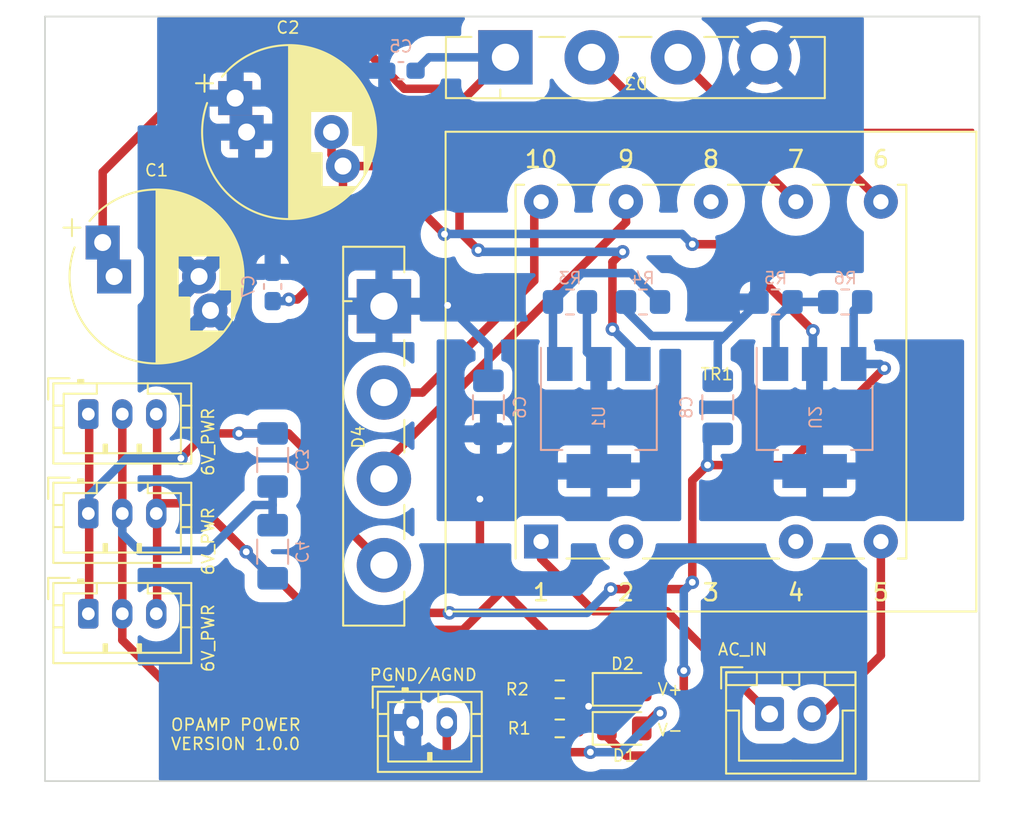
<source format=kicad_pcb>
(kicad_pcb (version 20221018) (generator pcbnew)
  (layers (0 "F.Cu" signal) (31 "B.Cu" signal) (34 "B.Paste" user) (35 "F.Paste" user) (36 "B.SilkS" user "B.Silkscreen") (37 "F.SilkS" user "F.Silkscreen") (38 "B.Mask" user) (39 "F.Mask" user) (44 "Edge.Cuts" user))
  (net 0 "")
  (net 1 "VPOS")
  (net 2 "PGND")
  (net 3 "VNEG")
  (net 4 "Net-(D1-A)")
  (net 5 "+9V")
  (net 6 "-9V")
  (net 7 "-6V")
  (net 8 "+6V")
  (net 9 "Net-(D2-A)")
  (net 10 "Net-(D3-Pad2)")
  (net 11 "Net-(D3-Pad3)")
  (net 12 "Net-(D4-Pad2)")
  (net 13 "Net-(D4-Pad3)")
  (net 14 "Net-(U1-ADJ)")
  (net 15 "Net-(U2-ADJ)")
  (net 16 "AGND")
  (footprint "MountingHole:MountingHole_3.2mm_M3" (layer "F.Cu") (at 113.5 119.25)
    (fp_text reference "H4" hide)
    (fp_text value "MountingHole")
    (pad "" np_thru_hole circle (at 0 0) (size 3.2 3.2) (drill 3.2) (layers "*.Cu" "*.Mask"))
  )
  (footprint "Connector_JST:JST_PH_B2B-PH-K_1x02_P2.00mm_Vertical" (layer "F.Cu") (at 132.65 118.55)
    (fp_text reference "J2" hide)
    (fp_text value "Conn_01x02_Male")
    (pad "1" thru_hole roundrect (at 0 0) (size 1.2 1.75) (drill 0.75) (layers "*.Cu" "*.Mask") (roundrect_rratio 0.2083333333) (net 2 "PGND"))
    (pad "2" thru_hole oval (at 2 0) (size 1.2 1.75) (drill 0.75) (layers "*.Cu" "*.Mask") (net 16 "AGND"))
  )
  (footprint "Capacitor_THT:CP_Radial_D10.0mm_P5.00mm_P7.50mm" (layer "F.Cu") (at 115.067323 92.3)
    (fp_text reference "C1" (at 2.5 -6.25 unlocked) (layer "F.SilkS") (effects (font (size 0.7 0.7) (thickness 0.1))))
    (fp_text value "1000U")
    (pad "1" thru_hole rect (at -0.672144 -2) (size 2 2) (drill 1) (layers "*.Cu" "*.Mask") (net 5 "+9V"))
    (pad "1" thru_hole rect (at 0 0) (size 2 2) (drill 1) (layers "*.Cu" "*.Mask") (net 5 "+9V"))
    (pad "2" thru_hole circle (at 5 0) (size 2 2) (drill 1) (layers "*.Cu" "*.Mask") (net 2 "PGND"))
    (pad "2" thru_hole circle (at 5.672144 2) (size 2 2) (drill 1) (layers "*.Cu" "*.Mask") (net 2 "PGND"))
  )
  (footprint "Resistor_SMD:R_0603_1608Metric_Pad0.98x0.95mm_HandSolder" (layer "F.Cu") (at 141.3 116.6)
    (fp_text reference "R2" (at -2.5 0 unlocked) (layer "F.SilkS") (effects (font (size 0.7 0.7) (thickness 0.1))))
    (fp_text value "3.3K")
    (pad "1" smd roundrect (at -0.9125 0) (size 0.975 0.95) (layers "F.Cu" "F.Paste" "F.Mask") (net 8 "+6V"))
    (pad "2" smd roundrect (at 0.9125 0) (size 0.975 0.95) (layers "F.Cu" "F.Paste" "F.Mask") (net 9 "Net-(D2-A)"))
  )
  (footprint "Connector_JST:JST_PH_B3B-PH-K_1x03_P2.00mm_Vertical" (layer "F.Cu") (at 113.55 100.4)
    (fp_text reference "J3" hide)
    (fp_text value "Conn_01x03_Male")
    (pad "1" thru_hole roundrect (at 0 0) (size 1.2 1.75) (drill 0.75) (layers "*.Cu" "*.Mask") (roundrect_rratio 0.2083333333) (net 7 "-6V"))
    (pad "2" thru_hole oval (at 2 0) (size 1.2 1.75) (drill 0.75) (layers "*.Cu" "*.Mask") (net 16 "AGND"))
    (pad "3" thru_hole oval (at 4 0) (size 1.2 1.75) (drill 0.75) (layers "*.Cu" "*.Mask") (net 8 "+6V"))
  )
  (footprint "Diode_THT:Diode_Bridge_Vishay_GBU" (layer "F.Cu") (at 130.95 94.05 -90)
    (fp_text reference "D4" (at 7.7 1.5 -270 unlocked) (layer "F.SilkS") (effects (font (size 0.7 0.7) (thickness 0.1))))
    (fp_text value "GBU4A")
    (pad "1" thru_hole rect (at 0 0 270) (size 3.2 3.2) (drill 1.6) (layers "*.Cu" "*.Mask") (net 2 "PGND"))
    (pad "2" thru_hole circle (at 5.08 0 270) (size 3.2 3.2) (drill 1.6) (layers "*.Cu" "*.Mask") (net 12 "Net-(D4-Pad2)"))
    (pad "3" thru_hole circle (at 10.16 0 270) (size 3.2 3.2) (drill 1.6) (layers "*.Cu" "*.Mask") (net 13 "Net-(D4-Pad3)"))
    (pad "4" thru_hole circle (at 15.24 0 270) (size 3.2 3.2) (drill 1.6) (layers "*.Cu" "*.Mask") (net 6 "-9V"))
  )
  (footprint "Resistor_SMD:R_0603_1608Metric_Pad0.98x0.95mm_HandSolder" (layer "F.Cu") (at 141.3 118.9 180)
    (fp_text reference "R1" (at 2.3875 0 unlocked) (layer "F.SilkS") (effects (font (size 0.7 0.7) (thickness 0.1))))
    (fp_text value "3.3K")
    (pad "1" smd roundrect (at -0.9125 0 180) (size 0.975 0.95) (layers "F.Cu" "F.Paste" "F.Mask") (net 2 "PGND"))
    (pad "2" smd roundrect (at 0.9125 0 180) (size 0.975 0.95) (layers "F.Cu" "F.Paste" "F.Mask") (net 4 "Net-(D1-A)"))
  )
  (footprint "MountingHole:MountingHole_3.2mm_M3" (layer "F.Cu") (at 163.5 79.5)
    (fp_text reference "H1" hide)
    (fp_text value "MountingHole")
    (pad "" np_thru_hole circle (at 0 0) (size 3.2 3.2) (drill 3.2) (layers "*.Cu" "*.Mask"))
  )
  (footprint "Connector_JST:JST_PH_B3B-PH-K_1x03_P2.00mm_Vertical" (layer "F.Cu") (at 113.55 106.25)
    (fp_text reference "J4" hide)
    (fp_text value "Conn_01x03_Male")
    (pad "1" thru_hole roundrect (at 0 0) (size 1.2 1.75) (drill 0.75) (layers "*.Cu" "*.Mask") (roundrect_rratio 0.2083333333) (net 7 "-6V"))
    (pad "2" thru_hole oval (at 2 0) (size 1.2 1.75) (drill 0.75) (layers "*.Cu" "*.Mask") (net 16 "AGND"))
    (pad "3" thru_hole oval (at 4 0) (size 1.2 1.75) (drill 0.75) (layers "*.Cu" "*.Mask") (net 8 "+6V"))
  )
  (footprint "Connector_JST:JST_PH_B3B-PH-K_1x03_P2.00mm_Vertical" (layer "F.Cu") (at 113.55 112.15)
    (fp_text reference "J5" hide)
    (fp_text value "Conn_01x03_Male")
    (pad "1" thru_hole roundrect (at 0 0) (size 1.2 1.75) (drill 0.75) (layers "*.Cu" "*.Mask") (roundrect_rratio 0.2083333333) (net 7 "-6V"))
    (pad "2" thru_hole oval (at 2 0) (size 1.2 1.75) (drill 0.75) (layers "*.Cu" "*.Mask") (net 16 "AGND"))
    (pad "3" thru_hole oval (at 4 0) (size 1.2 1.75) (drill 0.75) (layers "*.Cu" "*.Mask") (net 8 "+6V"))
  )
  (footprint "MountingHole:MountingHole_3.2mm_M3" (layer "F.Cu") (at 113.5 79.5)
    (fp_text reference "H2" hide)
    (fp_text value "MountingHole")
    (pad "" np_thru_hole circle (at 0 0) (size 3.2 3.2) (drill 3.2) (layers "*.Cu" "*.Mask"))
  )
  (footprint "LED_SMD:LED_0805_2012Metric_Pad1.15x1.40mm_HandSolder" (layer "F.Cu") (at 145.1 118.9)
    (fp_text reference "D1" (at 0 1.6 unlocked) (layer "F.SilkS") (effects (font (size 0.7 0.7) (thickness 0.1))))
    (fp_text value "BLUE")
    (pad "1" smd roundrect (at -1.025 0) (size 1.15 1.4) (layers "F.Cu" "F.Paste" "F.Mask") (roundrect_rratio 0.2173913043) (net 7 "-6V"))
    (pad "2" smd roundrect (at 1.025 0) (size 1.15 1.4) (layers "F.Cu" "F.Paste" "F.Mask") (roundrect_rratio 0.2173913043) (net 4 "Net-(D1-A)"))
  )
  (footprint "Diode_THT:Diode_Bridge_Vishay_GBU" (layer "F.Cu") (at 138.1 79.4)
    (fp_text reference "D3" (at 7.7 1.5 -180 unlocked) (layer "F.SilkS") (effects (font (size 0.7 0.7) (thickness 0.1))))
    (fp_text value "GBU4A")
    (pad "1" thru_hole rect (at 0 0) (size 3.2 3.2) (drill 1.6) (layers "*.Cu" "*.Mask") (net 5 "+9V"))
    (pad "2" thru_hole circle (at 5.08 0) (size 3.2 3.2) (drill 1.6) (layers "*.Cu" "*.Mask") (net 10 "Net-(D3-Pad2)"))
    (pad "3" thru_hole circle (at 10.16 0) (size 3.2 3.2) (drill 1.6) (layers "*.Cu" "*.Mask") (net 11 "Net-(D3-Pad3)"))
    (pad "4" thru_hole circle (at 15.24 0) (size 3.2 3.2) (drill 1.6) (layers "*.Cu" "*.Mask") (net 2 "PGND"))
  )
  (footprint "Transformer_THT:Transformer_Breve_TEZ-28x33" (layer "F.Cu") (at 140.2 107.9)
    (fp_text reference "TR1" (at 10.35 -9.85 unlocked) (layer "F.SilkS") (effects (font (size 0.7 0.7) (thickness 0.1))))
    (fp_text value "230V 2x9V 2.3VA")
    (fp_text user "5" (at 20 3) (layer "F.SilkS"))
    (fp_text user "4" (at 15 3) (layer "F.SilkS"))
    (fp_text user "6" (at 20 -22.5) (layer "F.SilkS"))
    (fp_text user "9" (at 5 -22.5) (layer "F.SilkS"))
    (fp_text user "2" (at 5 3) (layer "F.SilkS"))
    (fp_text user "10" (at 0 -22.5) (layer "F.SilkS"))
    (fp_text user "3" (at 10 3) (layer "F.SilkS"))
    (fp_text user "7" (at 15 -22.5) (layer "F.SilkS"))
    (fp_text user "1" (at 0 3) (layer "F.SilkS"))
    (fp_text user "8" (at 10 -22.5) (layer "F.SilkS"))
    (pad "1" thru_hole rect (at 0 0) (size 2 2) (drill 0.9) (layers "*.Cu" "*.Mask") (net 1 "VPOS"))
    (pad "2" thru_hole circle (at 5 0) (size 2 2) (drill 0.9) (layers "*.Cu" "*.Mask"))
    (pad "4" thru_hole circle (at 15 0) (size 2 2) (drill 0.9) (layers "*.Cu" "*.Mask"))
    (pad "5" thru_hole circle (at 20 0) (size 2 2) (drill 0.9) (layers "*.Cu" "*.Mask") (net 3 "VNEG"))
    (pad "6" thru_hole circle (at 20 -20) (size 2 2) (drill 0.9) (layers "*.Cu" "*.Mask") (net 11 "Net-(D3-Pad3)"))
    (pad "7" thru_hole circle (at 15 -20) (size 2 2) (drill 0.9) (layers "*.Cu" "*.Mask") (net 10 "Net-(D3-Pad2)"))
    (pad "8" thru_hole circle (at 10 -20) (size 2 2) (drill 0.9) (layers "*.Cu" "*.Mask"))
    (pad "9" thru_hole circle (at 5 -20) (size 2 2) (drill 0.9) (layers "*.Cu" "*.Mask") (net 13 "Net-(D4-Pad3)"))
    (pad "10" thru_hole circle (at 0 -20) (size 2 2) (drill 0.9) (layers "*.Cu" "*.Mask") (net 12 "Net-(D4-Pad2)"))
  )
  (footprint "MountingHole:MountingHole_3.2mm_M3" (layer "F.Cu") (at 163.5 119.5)
    (fp_text reference "H3" hide)
    (fp_text value "MountingHole")
    (pad "" np_thru_hole circle (at 0 0) (size 3.2 3.2) (drill 3.2) (layers "*.Cu" "*.Mask"))
  )
  (footprint "Capacitor_THT:CP_Radial_D10.0mm_P5.00mm_P7.50mm" (layer "F.Cu") (at 122.867323 83.8)
    (fp_text reference "C2" (at 2.432677 -6.15 unlocked) (layer "F.SilkS") (effects (font (size 0.7 0.7) (thickness 0.1))))
    (fp_text value "1000U")
    (pad "1" thru_hole rect (at -0.672144 -2) (size 2 2) (drill 1) (layers "*.Cu" "*.Mask") (net 2 "PGND"))
    (pad "1" thru_hole rect (at 0 0) (size 2 2) (drill 1) (layers "*.Cu" "*.Mask") (net 2 "PGND"))
    (pad "2" thru_hole circle (at 5 0) (size 2 2) (drill 1) (layers "*.Cu" "*.Mask") (net 6 "-9V"))
    (pad "2" thru_hole circle (at 5.672144 2) (size 2 2) (drill 1) (layers "*.Cu" "*.Mask") (net 6 "-9V"))
  )
  (footprint "Connector_JST:JST_XH_B2B-XH-A_1x02_P2.50mm_Vertical" (layer "F.Cu") (at 153.65 118.05)
    (fp_text reference "J1" hide)
    (fp_text value "Conn_01x02_Male")
    (pad "1" thru_hole roundrect (at 0 0) (size 1.7 2) (drill 1) (layers "*.Cu" "*.Mask") (roundrect_rratio 0.1470588235) (net 1 "VPOS"))
    (pad "2" thru_hole oval (at 2.5 0) (size 1.7 2) (drill 1) (layers "*.Cu" "*.Mask") (net 3 "VNEG"))
  )
  (footprint "LED_SMD:LED_0805_2012Metric_Pad1.15x1.40mm_HandSolder" (layer "F.Cu") (at 145.1 116.6)
    (fp_text reference "D2" (at -0.1 -1.5 unlocked) (layer "F.SilkS") (effects (font (size 0.7 0.7) (thickness 0.1))))
    (fp_text value "YELLOW")
    (pad "1" smd roundrect (at -1.025 0) (size 1.15 1.4) (layers "F.Cu" "F.Paste" "F.Mask") (roundrect_rratio 0.2173913043) (net 2 "PGND"))
    (pad "2" smd roundrect (at 1.025 0) (size 1.15 1.4) (layers "F.Cu" "F.Paste" "F.Mask") (roundrect_rratio 0.2173913043) (net 9 "Net-(D2-A)"))
  )
  (footprint "Resistor_SMD:R_0805_2012Metric_Pad1.20x1.40mm_HandSolder" (layer "B.Cu") (at 146.2 93.8 180)
    (fp_text reference "R4" (at 0 1.4 unlocked) (layer "B.SilkS") (effects (font (size 0.7 0.7) (thickness 0.1)) (justify mirror)))
    (fp_text value "750R")
    (pad "1" smd roundrect (at -1 0 180) (size 1.2 1.4) (layers "B.Cu" "B.Paste" "B.Mask") (roundrect_rratio 0.2083333333) (net 14 "Net-(U1-ADJ)"))
    (pad "2" smd roundrect (at 1 0 180) (size 1.2 1.4) (layers "B.Cu" "B.Paste" "B.Mask") (roundrect_rratio 0.2083333333) (net 2 "PGND"))
  )
  (footprint "Resistor_SMD:R_0805_2012Metric_Pad1.20x1.40mm_HandSolder" (layer "B.Cu") (at 158.1 93.8 180)
    (fp_text reference "R6" (at 0 1.4 unlocked) (layer "B.SilkS") (effects (font (size 0.7 0.7) (thickness 0.1)) (justify mirror)))
    (fp_text value "120R")
    (pad "1" smd roundrect (at -1 0 180) (size 1.2 1.4) (layers "B.Cu" "B.Paste" "B.Mask") (roundrect_rratio 0.2083333333) (net 7 "-6V"))
    (pad "2" smd roundrect (at 1 0 180) (size 1.2 1.4) (layers "B.Cu" "B.Paste" "B.Mask") (roundrect_rratio 0.2083333333) (net 15 "Net-(U2-ADJ)"))
  )
  (footprint "Package_TO_SOT_SMD:SOT-223-3_TabPin2" (layer "B.Cu") (at 156.3 100.6 -90)
    (fp_text reference "U2" (at 0 0 -90 unlocked) (layer "B.SilkS") (effects (font (size 0.7 0.7) (thickness 0.1)) (justify mirror)))
    (fp_text value "LM337_SOT223")
    (pad "1" smd rect (at -3.15 2.3 270) (size 2 1.5) (layers "B.Cu" "B.Paste" "B.Mask") (net 15 "Net-(U2-ADJ)"))
    (pad "2" smd rect (at -3.15 0 270) (size 2 1.5) (layers "B.Cu" "B.Paste" "B.Mask") (net 6 "-9V"))
    (pad "2" smd rect (at 3.15 0 270) (size 2 3.8) (layers "B.Cu" "B.Paste" "B.Mask") (net 6 "-9V"))
    (pad "3" smd rect (at -3.15 -2.3 270) (size 2 1.5) (layers "B.Cu" "B.Paste" "B.Mask") (net 7 "-6V"))
  )
  (footprint "Resistor_SMD:R_0805_2012Metric_Pad1.20x1.40mm_HandSolder" (layer "B.Cu") (at 154 93.8 180)
    (fp_text reference "R5" (at 0 1.4 unlocked) (layer "B.SilkS") (effects (font (size 0.7 0.7) (thickness 0.1)) (justify mirror)))
    (fp_text value "750R")
    (pad "1" smd roundrect (at -1 0 180) (size 1.2 1.4) (layers "B.Cu" "B.Paste" "B.Mask") (roundrect_rratio 0.2083333333) (net 15 "Net-(U2-ADJ)"))
    (pad "2" smd roundrect (at 1 0 180) (size 1.2 1.4) (layers "B.Cu" "B.Paste" "B.Mask") (roundrect_rratio 0.2083333333) (net 2 "PGND"))
  )
  (footprint "Capacitor_SMD:C_1206_3216Metric_Pad1.33x1.80mm_HandSolder" (layer "B.Cu") (at 124.4 108.5 90)
    (fp_text reference "C4" (at 0 1.7 270 unlocked) (layer "B.SilkS") (effects (font (size 0.7 0.7) (thickness 0.1)) (justify mirror)))
    (fp_text value "10U")
    (pad "1" smd roundrect (at -1.5625 0 90) (size 1.325 1.8) (layers "B.Cu" "B.Paste" "B.Mask") (roundrect_rratio 0.1886792453) (net 8 "+6V"))
    (pad "2" smd roundrect (at 1.5625 0 90) (size 1.325 1.8) (layers "B.Cu" "B.Paste" "B.Mask") (roundrect_rratio 0.1886792453) (net 16 "AGND"))
  )
  (footprint "Capacitor_SMD:C_0603_1608Metric_Pad1.08x0.95mm_HandSolder" (layer "B.Cu") (at 124.4 92.8875 -90)
    (fp_text reference "C7" (at 0 1.43 90 unlocked) (layer "B.SilkS") (effects (font (size 0.7 0.7) (thickness 0.1)) (justify mirror)))
    (fp_text value "0.1U")
    (pad "1" smd roundrect (at -0.8625 0 270) (size 1.075 0.95) (layers "B.Cu" "B.Paste" "B.Mask") (net 2 "PGND"))
    (pad "2" smd roundrect (at 0.8625 0 270) (size 1.075 0.95) (layers "B.Cu" "B.Paste" "B.Mask") (net 6 "-9V"))
  )
  (footprint "Resistor_SMD:R_0805_2012Metric_Pad1.20x1.40mm_HandSolder" (layer "B.Cu") (at 141.9 93.8 180)
    (fp_text reference "R3" (at 0 1.4 unlocked) (layer "B.SilkS") (effects (font (size 0.7 0.7) (thickness 0.1)) (justify mirror)))
    (fp_text value "120R")
    (pad "1" smd roundrect (at -1 0 180) (size 1.2 1.4) (layers "B.Cu" "B.Paste" "B.Mask") (roundrect_rratio 0.2083333333) (net 8 "+6V"))
    (pad "2" smd roundrect (at 1 0 180) (size 1.2 1.4) (layers "B.Cu" "B.Paste" "B.Mask") (roundrect_rratio 0.2083333333) (net 14 "Net-(U1-ADJ)"))
  )
  (footprint "Capacitor_SMD:C_1206_3216Metric_Pad1.33x1.80mm_HandSolder" (layer "B.Cu") (at 137.1 100 90)
    (fp_text reference "C6" (at 0 1.85 90 unlocked) (layer "B.SilkS") (effects (font (size 0.7 0.7) (thickness 0.1)) (justify mirror)))
    (fp_text value "10U")
    (pad "1" smd roundrect (at -1.5625 0 90) (size 1.325 1.8) (layers "B.Cu" "B.Paste" "B.Mask") (roundrect_rratio 0.1886792453) (net 8 "+6V"))
    (pad "2" smd roundrect (at 1.5625 0 90) (size 1.325 1.8) (layers "B.Cu" "B.Paste" "B.Mask") (roundrect_rratio 0.1886792453) (net 2 "PGND"))
  )
  (footprint "Capacitor_SMD:C_0603_1608Metric_Pad1.08x0.95mm_HandSolder" (layer "B.Cu") (at 131.95 80.1875 180)
    (fp_text reference "C5" (at 0 1.43 unlocked) (layer "B.SilkS") (effects (font (size 0.7 0.7) (thickness 0.1)) (justify mirror)))
    (fp_text value "0.1U")
    (pad "1" smd roundrect (at -0.8625 0 180) (size 1.075 0.95) (layers "B.Cu" "B.Paste" "B.Mask") (net 5 "+9V"))
    (pad "2" smd roundrect (at 0.8625 0 180) (size 1.075 0.95) (layers "B.Cu" "B.Paste" "B.Mask") (net 2 "PGND"))
  )
  (footprint "Capacitor_SMD:C_1206_3216Metric_Pad1.33x1.80mm_HandSolder" (layer "B.Cu") (at 124.4 103.1 90)
    (fp_text reference "C3" (at 0 1.7 270 unlocked) (layer "B.SilkS") (effects (font (size 0.7 0.7) (thickness 0.1)) (justify mirror)))
    (fp_text value "10U")
    (pad "1" smd roundrect (at -1.5625 0 90) (size 1.325 1.8) (layers "B.Cu" "B.Paste" "B.Mask") (roundrect_rratio 0.1886792453) (net 16 "AGND"))
    (pad "2" smd roundrect (at 1.5625 0 90) (size 1.325 1.8) (layers "B.Cu" "B.Paste" "B.Mask") (roundrect_rratio 0.1886792453) (net 7 "-6V"))
  )
  (footprint "Package_TO_SOT_SMD:SOT-223-3_TabPin2" (layer "B.Cu") (at 143.6 100.6 -90)
    (fp_text reference "U1" (at 0 0 90 unlocked) (layer "B.SilkS") (effects (font (size 0.7 0.7) (thickness 0.1)) (justify mirror)))
    (fp_text value "LM317_SOT-223")
    (pad "1" smd rect (at -3.15 2.3 270) (size 2 1.5) (layers "B.Cu" "B.Paste" "B.Mask") (net 14 "Net-(U1-ADJ)"))
    (pad "2" smd rect (at -3.15 0 270) (size 2 1.5) (layers "B.Cu" "B.Paste" "B.Mask") (net 8 "+6V"))
    (pad "2" smd rect (at 3.15 0 270) (size 2 3.8) (layers "B.Cu" "B.Paste" "B.Mask") (net 8 "+6V"))
    (pad "3" smd rect (at -3.15 -2.3 270) (size 2 1.5) (layers "B.Cu" "B.Paste" "B.Mask") (net 5 "+9V"))
  )
  (footprint "Capacitor_SMD:C_1206_3216Metric_Pad1.33x1.80mm_HandSolder" (layer "B.Cu") (at 150.6 100 -90)
    (fp_text reference "C8" (at 0 1.85 90 unlocked) (layer "B.SilkS") (effects (font (size 0.7 0.7) (thickness 0.1)) (justify mirror)))
    (fp_text value "10U")
    (pad "1" smd roundrect (at -1.5625 0 270) (size 1.325 1.8) (layers "B.Cu" "B.Paste" "B.Mask") (roundrect_rratio 0.1886792453) (net 2 "PGND"))
    (pad "2" smd roundrect (at 1.5625 0 270) (size 1.325 1.8) (layers "B.Cu" "B.Paste" "B.Mask") (roundrect_rratio 0.1886792453) (net 7 "-6V"))
  )
  (gr_line (start 165.6 83.7) (end 134.5 83.7) (stroke (width 0.2)) (layer "F.Cu"))
  (gr_line (start 166 122) (end 111 122) (stroke (width 0.1)) (layer "Edge.Cuts"))
  (gr_line (start 111 122) (end 111 77) (stroke (width 0.1)) (layer "Edge.Cuts"))
  (gr_line (start 166 77) (end 166 122) (stroke (width 0.1)) (layer "Edge.Cuts"))
  (gr_line (start 111 77) (end 166 77) (stroke (width 0.1)) (layer "Edge.Cuts"))
  (gr_text "PGND/AGND" (at 130.05 115.75) (layer "F.SilkS") (effects (font (size 0.7 0.7) (thickness 0.1)) (justify left)))
  (gr_text "OPAMP POWER\nVERSION 1.0.0" (at 118.35 119.25) (layer "F.SilkS") (effects (font (size 0.7 0.7) (thickness 0.1)) (justify left)))
  (gr_text "6V_PWR" (at 120.6 104.1 90) (layer "F.SilkS") (effects (font (size 0.7 0.7) (thickness 0.1)) (justify left)))
  (gr_text "6V_PWR" (at 120.6 115.65 90) (layer "F.SilkS") (effects (font (size 0.7 0.7) (thickness 0.1)) (justify left)))
  (gr_text "6V_PWR" (at 120.6 109.95 90) (layer "F.SilkS") (effects (font (size 0.7 0.7) (thickness 0.1)) (justify left)))
  (gr_text "AC_IN" (at 150.55 114.25) (layer "F.SilkS") (effects (font (size 0.7 0.7) (thickness 0.1)) (justify left)))
  (gr_text "V+" (at 147 116.6) (layer "F.SilkS") (effects (font (size 0.7 0.7) (thickness 0.1)) (justify left)))
  (gr_text "V-" (at 147 119) (layer "F.SilkS") (effects (font (size 0.7 0.7) (thickness 0.1)) (justify left)))
  (segment (start 153.65 117.875) (end 153.475 117.875) (width 0.5) (layer "F.Cu") (net 1))
  (segment (start 153.475 117.875) (end 147.6 112) (width 0.5) (layer "F.Cu") (net 1))
  (segment (start 143.3 112) (end 140.2 108.9) (width 0.5) (layer "F.Cu") (net 1))
  (segment (start 147.6 112) (end 143.3 112) (width 0.5) (layer "F.Cu") (net 1))
  (segment (start 140.2 108.9) (end 140.2 107.9) (width 0.5) (layer "F.Cu") (net 1))
  (segment (start 143.075 117.6) (end 143 117.6) (width 0.5) (layer "F.Cu") (net 2))
  (segment (start 134.7 94) (end 131 94) (width 0.5) (layer "F.Cu") (net 2))
  (segment (start 131 94) (end 130.95 94.05) (width 0.5) (layer "F.Cu") (net 2))
  (segment (start 142.2125 118.9) (end 142.2125 118.3875) (width 0.5) (layer "F.Cu") (net 2))
  (segment (start 144.075 116.6) (end 143.075 117.6) (width 0.5) (layer "F.Cu") (net 2))
  (segment (start 142.2125 118.3875) (end 143 117.6) (width 0.5) (layer "F.Cu") (net 2))
  (via (at 134.7 94) (size 0.8) (drill 0.4) (layers "F.Cu" "B.Cu") (net 2))
  (via (at 143 117.6) (size 0.8) (drill 0.4) (layers "F.Cu" "B.Cu") (net 2))
  (segment (start 150.6 96.2) (end 151 95.8) (width 0.5) (layer "B.Cu") (net 2))
  (segment (start 145.2 94.3) (end 146.7 95.8) (width 0.5) (layer "B.Cu") (net 2))
  (segment (start 146.7 95.8) (end 151 95.8) (width 0.5) (layer "B.Cu") (net 2))
  (segment (start 137.1 96.4) (end 134.7 94) (width 0.5) (layer "B.Cu") (net 2))
  (segment (start 145.2 93.8) (end 145.2 94.3) (width 0.5) (layer "B.Cu") (net 2))
  (segment (start 137.1 98.4375) (end 137.1 96.4) (width 0.5) (layer "B.Cu") (net 2))
  (segment (start 150.6 98.4375) (end 150.6 96.2) (width 0.5) (layer "B.Cu") (net 2))
  (segment (start 151 95.8) (end 153 93.8) (width 0.5) (layer "B.Cu") (net 2))
  (segment (start 160.2 107.9) (end 160.2 114.6) (width 0.5) (layer "F.Cu") (net 3))
  (segment (start 160.2 114.6) (end 156.925 117.875) (width 0.5) (layer "F.Cu") (net 3))
  (segment (start 156.925 117.875) (end 156.15 117.875) (width 0.5) (layer "F.Cu") (net 3))
  (segment (start 141.7875 120.3) (end 143.1 120.3) (width 0.5) (layer "F.Cu") (net 4))
  (segment (start 147.025 118) (end 146.125 118.9) (width 0.5) (layer "F.Cu") (net 4))
  (segment (start 140.3875 118.9) (end 141.7875 120.3) (width 0.5) (layer "F.Cu") (net 4))
  (segment (start 147.2 118) (end 147.025 118) (width 0.5) (layer "F.Cu") (net 4))
  (via (at 147.2 118) (size 0.8) (drill 0.4) (layers "F.Cu" "B.Cu") (net 4))
  (via (at 143.1 120.3) (size 0.8) (drill 0.4) (layers "F.Cu" "B.Cu") (net 4))
  (segment (start 143.1 120.3) (end 144.9 120.3) (width 0.5) (layer "B.Cu") (net 4))
  (segment (start 144.9 120.3) (end 147.2 118) (width 0.5) (layer "B.Cu") (net 4))
  (segment (start 120.05 78.1) (end 118.4 79.75) (width 0.5) (layer "F.Cu") (net 5))
  (segment (start 136.5 90.75) (end 135.4 89.65) (width 0.5) (layer "F.Cu") (net 5))
  (segment (start 115.067323 90.972144) (end 114.395179 90.3) (width 0.5) (layer "F.Cu") (net 5))
  (segment (start 118.4 79.75) (end 118.4 82.15) (width 0.5) (layer "F.Cu") (net 5))
  (segment (start 138.1 79.4) (end 135.4 82.1) (width 0.5) (layer "F.Cu") (net 5))
  (segment (start 134.55 81.25) (end 132.15 81.25) (width 0.5) (layer "F.Cu") (net 5))
  (segment (start 118.4 82.15) (end 114.395179 86.154821) (width 0.5) (layer "F.Cu") (net 5))
  (segment (start 144.4 91.45) (end 145 90.85) (width 0.5) (layer "F.Cu") (net 5))
  (segment (start 135.4 89.65) (end 135.4 82.1) (width 0.5) (layer "F.Cu") (net 5))
  (segment (start 114.395179 86.154821) (end 114.395179 90.3) (width 0.5) (layer "F.Cu") (net 5))
  (segment (start 135.4 82.1) (end 134.55 81.25) (width 0.5) (layer "F.Cu") (net 5))
  (segment (start 115.067323 92.3) (end 115.067323 90.972144) (width 0.5) (layer "F.Cu") (net 5))
  (segment (start 132.15 81.25) (end 129 78.1) (width 0.5) (layer "F.Cu") (net 5))
  (segment (start 129 78.1) (end 120.05 78.1) (width 0.5) (layer "F.Cu") (net 5))
  (segment (start 144.4 95.4) (end 144.4 91.45) (width 0.5) (layer "F.Cu") (net 5))
  (via (at 145 90.85) (size 0.8) (drill 0.4) (layers "F.Cu" "B.Cu") (net 5))
  (via (at 144.4 95.4) (size 0.8) (drill 0.4) (layers "F.Cu" "B.Cu") (net 5))
  (via (at 136.5 90.75) (size 0.8) (drill 0.4) (layers "F.Cu" "B.Cu") (net 5))
  (segment (start 145.9 96.9) (end 144.4 95.4) (width 0.5) (layer "B.Cu") (net 5))
  (segment (start 145.9 97.45) (end 145.9 96.9) (width 0.5) (layer "B.Cu") (net 5))
  (segment (start 136.6 90.85) (end 136.5 90.75) (width 0.5) (layer "B.Cu") (net 5))
  (segment (start 132.8125 80.1875) (end 133.6 79.4) (width 0.5) (layer "B.Cu") (net 5))
  (segment (start 133.6 79.4) (end 138.1 79.4) (width 0.5) (layer "B.Cu") (net 5))
  (segment (start 145 90.85) (end 136.6 90.85) (width 0.5) (layer "B.Cu") (net 5))
  (segment (start 127.867323 85.127856) (end 128.539467 85.8) (width 0.5) (layer "F.Cu") (net 6))
  (segment (start 151.1 90.4) (end 156.2 95.5) (width 0.5) (layer "F.Cu") (net 6))
  (segment (start 128.539467 85.8) (end 130.505022 85.8) (width 0.5) (layer "F.Cu") (net 6))
  (segment (start 125.35 93.65) (end 125.85 93.65) (width 0.5) (layer "F.Cu") (net 6))
  (segment (start 127.9 106.24) (end 127.9 94.15) (width 0.5) (layer "F.Cu") (net 6))
  (segment (start 127.9 94.15) (end 126.625 92.875) (width 0.5) (layer "F.Cu") (net 6))
  (segment (start 130.95 109.29) (end 127.9 106.24) (width 0.5) (layer "F.Cu") (net 6))
  (segment (start 127.867323 83.8) (end 127.867323 85.127856) (width 0.5) (layer "F.Cu") (net 6))
  (segment (start 125.85 93.65) (end 126.625 92.875) (width 0.5) (layer "F.Cu") (net 6))
  (segment (start 149.1 90.4) (end 151.1 90.4) (width 0.5) (layer "F.Cu") (net 6))
  (segment (start 128.539467 85.8) (end 128.539467 90.960533) (width 0.5) (layer "F.Cu") (net 6))
  (segment (start 128.539467 90.960533) (end 126.625 92.875) (width 0.5) (layer "F.Cu") (net 6))
  (segment (start 130.505022 85.8) (end 134.514804 89.809782) (width 0.5) (layer "F.Cu") (net 6))
  (via (at 125.35 93.65) (size 0.8) (drill 0.4) (layers "F.Cu" "B.Cu") (net 6))
  (via (at 156.2 95.5) (size 0.8) (drill 0.4) (layers "F.Cu" "B.Cu") (net 6))
  (via (at 149.1 90.4) (size 0.8) (drill 0.4) (layers "F.Cu" "B.Cu") (net 6))
  (via (at 134.514804 89.809782) (size 0.8) (drill 0.4) (layers "F.Cu" "B.Cu") (net 6))
  (segment (start 149.1 90.4) (end 148.495885 89.795885) (width 0.5) (layer "B.Cu") (net 6))
  (segment (start 125.25 93.75) (end 125.35 93.65) (width 0.5) (layer "B.Cu") (net 6))
  (segment (start 156.2 95.5) (end 156.2 97.35) (width 0.5) (layer "B.Cu") (net 6))
  (segment (start 148.495885 89.795885) (end 134.528701 89.795885) (width 0.5) (layer "B.Cu") (net 6))
  (segment (start 156.2 97.35) (end 156.3 97.45) (width 0.5) (layer "B.Cu") (net 6))
  (segment (start 124.4 93.75) (end 125.25 93.75) (width 0.5) (layer "B.Cu") (net 6))
  (segment (start 134.528701 89.795885) (end 134.514804 89.809782) (width 0.5) (layer "B.Cu") (net 6))
  (segment (start 120.4625 101.5375) (end 119 103) (width 0.5) (layer "F.Cu") (net 7))
  (segment (start 145.2 120.5) (end 147.5 120.5) (width 0.5) (layer "F.Cu") (net 7))
  (segment (start 126.7 110.1) (end 126.6 110.2) (width 0.5) (layer "F.Cu") (net 7))
  (segment (start 126.7 102.9) (end 126.7 110.1) (width 0.5) (layer "F.Cu") (net 7))
  (segment (start 148.6 119.4) (end 148.6 115.5) (width 0.5) (layer "F.Cu") (net 7))
  (segment (start 120.4625 101.5375) (end 122.4125 101.5375) (width 0.5) (layer "F.Cu") (net 7))
  (segment (start 113.6 111.55) (end 113.6 105.65) (width 0.5) (layer "F.Cu") (net 7))
  (segment (start 128.5 112.1) (end 134.8 112.1) (width 0.5) (layer "F.Cu") (net 7))
  (segment (start 113.6 105.65) (end 113.6 99.8) (width 0.5) (layer "F.Cu") (net 7))
  (segment (start 147.5 120.5) (end 148.6 119.4) (width 0.5) (layer "F.Cu") (net 7))
  (segment (start 122.4125 101.5375) (end 125.3375 101.5375) (width 0.5) (layer "F.Cu") (net 7))
  (segment (start 126.6 110.2) (end 128.5 112.1) (width 0.5) (layer "F.Cu") (net 7))
  (segment (start 144.075 118.9) (end 144.075 119.375) (width 0.5) (layer "F.Cu") (net 7))
  (segment (start 144.075 119.375) (end 145.2 120.5) (width 0.5) (layer "F.Cu") (net 7))
  (segment (start 148.7 110.7) (end 144.3 110.7) (width 0.5) (layer "F.Cu") (net 7))
  (segment (start 149.1 104.3) (end 150 103.4) (width 0.5) (layer "F.Cu") (net 7))
  (segment (start 160.4 97.7) (end 154.7 103.4) (width 0.5) (layer "F.Cu") (net 7))
  (segment (start 125.3375 101.5375) (end 126.7 102.9) (width 0.5) (layer "F.Cu") (net 7))
  (segment (start 149.1 110.3) (end 148.7 110.7) (width 0.5) (layer "F.Cu") (net 7))
  (segment (start 154.7 103.4) (end 150 103.4) (width 0.5) (layer "F.Cu") (net 7))
  (segment (start 149.1 110.3) (end 149.1 104.3) (width 0.5) (layer "F.Cu") (net 7))
  (via (at 149.1 110.3) (size 0.8) (drill 0.4) (layers "F.Cu" "B.Cu") (net 7))
  (via (at 134.8 112.1) (size 0.8) (drill 0.4) (layers "F.Cu" "B.Cu") (net 7))
  (via (at 150 103.4) (size 0.8) (drill 0.4) (layers "F.Cu" "B.Cu") (net 7))
  (via (at 119 103) (size 0.8) (drill 0.4) (layers "F.Cu" "B.Cu") (net 7))
  (via (at 122.4125 101.5375) (size 0.8) (drill 0.4) (layers "F.Cu" "B.Cu") (net 7))
  (via (at 144.3 110.7) (size 0.8) (drill 0.4) (layers "F.Cu" "B.Cu") (net 7))
  (via (at 148.6 115.5) (size 0.8) (drill 0.4) (layers "F.Cu" "B.Cu") (net 7))
  (via (at 160.4 97.7) (size 0.8) (drill 0.4) (layers "F.Cu" "B.Cu") (net 7))
  (segment (start 150 102.1625) (end 150.6 101.5625) (width 0.5) (layer "B.Cu") (net 7))
  (segment (start 134.8 112.1) (end 142.9 112.1) (width 0.5) (layer "B.Cu") (net 7))
  (segment (start 158.6 97.45) (end 158.6 94.3) (width 0.5) (layer "B.Cu") (net 7))
  (segment (start 113.6 105.2) (end 113.6 105.65) (width 0.5) (layer "B.Cu") (net 7))
  (segment (start 148.6 110.8) (end 149.1 110.3) (width 0.5) (layer "B.Cu") (net 7))
  (segment (start 150 103.4) (end 150 102.1625) (width 0.5) (layer "B.Cu") (net 7))
  (segment (start 148.6 115.5) (end 148.6 110.8) (width 0.5) (layer "B.Cu") (net 7))
  (segment (start 142.9 112.1) (end 144.3 110.7) (width 0.5) (layer "B.Cu") (net 7))
  (segment (start 158.6 97.45) (end 160.15 97.45) (width 0.5) (layer "B.Cu") (net 7))
  (segment (start 119 103) (end 115.8 103) (width 0.5) (layer "B.Cu") (net 7))
  (segment (start 158.6 94.3) (end 159.1 93.8) (width 0.5) (layer "B.Cu") (net 7))
  (segment (start 160.15 97.45) (end 160.4 97.7) (width 0.5) (layer "B.Cu") (net 7))
  (segment (start 122.4125 101.5375) (end 124.4 101.5375) (width 0.5) (layer "B.Cu") (net 7))
  (segment (start 115.8 103) (end 113.6 105.2) (width 0.5) (layer "B.Cu") (net 7))
  (segment (start 124.4 110.0625) (end 124.6625 110.0625) (width 0.5) (layer "F.Cu") (net 8))
  (segment (start 135.6 113.1) (end 137.95 110.75) (width 0.5) (layer "F.Cu") (net 8))
  (segment (start 124.4 110.0625) (end 122.84375 108.50625) (width 0.5) (layer "F.Cu") (net 8))
  (segment (start 117.6 99.8) (end 117.6 105.65) (width 0.5) (layer "F.Cu") (net 8))
  (segment (start 136.6 109.4) (end 137.95 110.75) (width 0.5) (layer "F.Cu") (net 8))
  (segment (start 136.6 109.4) (end 136.6 105.4) (width 0.5) (layer "F.Cu") (net 8))
  (segment (start 127.7 113.1) (end 135.6 113.1) (width 0.5) (layer "F.Cu") (net 8))
  (segment (start 122.84375 108.50625) (end 119.9875 105.65) (width 0.5) (layer "F.Cu") (net 8))
  (segment (start 117.6 111.55) (end 117.6 105.65) (width 0.5) (layer "F.Cu") (net 8))
  (segment (start 140.3875 116.6) (end 140.3875 113.1875) (width 0.5) (layer "F.Cu") (net 8))
  (segment (start 119.9875 105.65) (end 117.6 105.65) (width 0.5) (layer "F.Cu") (net 8))
  (segment (start 140.3875 113.1875) (end 137.95 110.75) (width 0.5) (layer "F.Cu") (net 8))
  (segment (start 124.6625 110.0625) (end 127.7 113.1) (width 0.5) (layer "F.Cu") (net 8))
  (via (at 122.84375 108.50625) (size 0.8) (drill 0.4) (layers "F.Cu" "B.Cu") (net 8))
  (via (at 136.6 105.4) (size 0.8) (drill 0.4) (layers "F.Cu" "B.Cu") (net 8))
  (segment (start 142.9 93.8) (end 142.9 96.75) (width 0.5) (layer "B.Cu") (net 8))
  (segment (start 142.9 96.75) (end 143.6 97.45) (width 0.5) (layer "B.Cu") (net 8))
  (segment (start 124.4 110.0625) (end 122.84375 108.50625) (width 0.5) (layer "B.Cu") (net 8))
  (segment (start 146.125 116.525) (end 144.4 114.8) (width 0.5) (layer "F.Cu") (net 9))
  (segment (start 146.125 116.6) (end 146.125 116.525) (width 0.5) (layer "F.Cu") (net 9))
  (segment (start 144.0125 114.8) (end 142.2125 116.6) (width 0.5) (layer "F.Cu") (net 9))
  (segment (start 144.4 114.8) (end 144.0125 114.8) (width 0.5) (layer "F.Cu") (net 9))
  (segment (start 153.7 86.4) (end 152.9 86.4) (width 0.5) (layer "F.Cu") (net 10))
  (segment (start 148.48 84.7) (end 143.18 79.4) (width 0.5) (layer "F.Cu") (net 10))
  (segment (start 151.2 84.7) (end 148.48 84.7) (width 0.5) (layer "F.Cu") (net 10))
  (segment (start 155.2 87.9) (end 153.7 86.4) (width 0.5) (layer "F.Cu") (net 10))
  (segment (start 152.9 86.4) (end 151.2 84.7) (width 0.5) (layer "F.Cu") (net 10))
  (segment (start 155.3 83) (end 160.2 87.9) (width 0.5) (layer "F.Cu") (net 11))
  (segment (start 151.86 83) (end 155.3 83) (width 0.5) (layer "F.Cu") (net 11))
  (segment (start 148.26 79.4) (end 151.86 83) (width 0.5) (layer "F.Cu") (net 11))
  (segment (start 140.2 87.9) (end 139.8 88.3) (width 0.5) (layer "F.Cu") (net 12))
  (segment (start 133.212741 99.13) (end 130.95 99.13) (width 0.5) (layer "F.Cu") (net 12))
  (segment (start 139.8 92.542741) (end 133.212741 99.13) (width 0.5) (layer "F.Cu") (net 12))
  (segment (start 139.8 88.3) (end 139.8 92.542741) (width 0.5) (layer "F.Cu") (net 12))
  (segment (start 130.95 103.35) (end 130.95 104.21) (width 0.5) (layer "F.Cu") (net 13))
  (segment (start 145.2 87.9) (end 145.2 89.1) (width 0.5) (layer "F.Cu") (net 13))
  (segment (start 145.2 89.1) (end 130.95 103.35) (width 0.5) (layer "F.Cu") (net 13))
  (segment (start 140.9 93.8) (end 140.9 97.05) (width 0.5) (layer "B.Cu") (net 14))
  (segment (start 140.9 97.05) (end 141.3 97.45) (width 0.5) (layer "B.Cu") (net 14))
  (segment (start 145.5 92.1) (end 142.6 92.1) (width 0.5) (layer "B.Cu") (net 14))
  (segment (start 142.6 92.1) (end 140.9 93.8) (width 0.5) (layer "B.Cu") (net 14))
  (segment (start 147.2 93.8) (end 145.5 92.1) (width 0.5) (layer "B.Cu") (net 14))
  (segment (start 157.1 93.8) (end 155 93.8) (width 0.5) (layer "B.Cu") (net 15))
  (segment (start 154 94.8) (end 155 93.8) (width 0.5) (layer "B.Cu") (net 15))
  (segment (start 154 97.45) (end 154 94.8) (width 0.5) (layer "B.Cu") (net 15))
  (segment (start 134.65 120.75) (end 134.65 118.55) (width 0.5) (layer "F.Cu") (net 16))
  (segment (start 115.55 106.25) (end 115.55 112.15) (width 0.5) (layer "F.Cu") (net 16))
  (segment (start 115.55 100.4) (end 115.55 106.25) (width 0.5) (layer "F.Cu") (net 16))
  (segment (start 129.8 121) (end 134.4 121) (width 0.5) (layer "F.Cu") (net 16))
  (segment (start 120.4 118.55) (end 115.55 113.7) (width 0.5) (layer "F.Cu") (net 16))
  (segment (start 115.55 113.7) (end 115.55 112.15) (width 0.5) (layer "F.Cu") (net 16))
  (segment (start 127.35 118.55) (end 129.8 121) (width 0.5) (layer "F.Cu") (net 16))
  (segment (start 134.4 121) (end 134.65 120.75) (width 0.5) (layer "F.Cu") (net 16))
  (segment (start 120.4 118.55) (end 127.35 118.55) (width 0.5) (layer "F.Cu") (net 16))
  (segment (start 120.6 108.45) (end 116.55 108.45) (width 0.5) (layer "B.Cu") (net 16))
  (segment (start 115.55 107.45) (end 115.55 106.25) (width 0.5) (layer "B.Cu") (net 16))
  (segment (start 123.3 105.75) (end 120.6 108.45) (width 0.5) (layer "B.Cu") (net 16))
  (segment (start 124.4 105.75) (end 123.3 105.75) (width 0.5) (layer "B.Cu") (net 16))
  (segment (start 124.4 105.75) (end 124.4 106.9375) (width 0.5) (layer "B.Cu") (net 16))
  (segment (start 116.55 108.45) (end 115.55 107.45) (width 0.5) (layer "B.Cu") (net 16))
  (segment (start 124.4 104.6625) (end 124.4 105.75) (width 0.5) (layer "B.Cu") (net 16))
  (zone (net 2) (net_name "PGND") (layer "B.Cu") (connect_pads (clearance 0.75)) (min_thickness 0.254) (fill yes (thermal_gap 0.508) (thermal_bridge_width 1))
    (polygon (pts (xy 126 83.7) (xy 132.75 83.7) (xy 132.75 108) (xy 159.4 108) (xy 159.4 122.9) (xy 117.7 122.9) (xy 117.7 115.2) (xy 116.45 115.2) (xy 116.45 83.4) (xy 117.6 83.4) (xy 117.6 76.8) (xy 126 76.8)))
  )
  (zone (net 8) (net_name "+6V") (layer "B.Cu") (connect_pads (clearance 0.508)) (min_thickness 0.254) (fill yes (thermal_gap 0.508) (thermal_bridge_width 1))
    (polygon (pts (xy 148.45 106.7) (xy 134.05 106.7) (xy 134.05 96) (xy 148.45 96)))
  )
  (zone (net 2) (net_name "PGND") (layer "B.Cu") (connect_pads (clearance 1)) (min_thickness 0.254) (fill yes (thermal_gap 0.508) (thermal_bridge_width 1))
    (polygon (pts (xy 159.2 94.95) (xy 125.7 94.95) (xy 125.7 76.6) (xy 159.2 76.6)))
  )
  (zone (net 6) (net_name "-9V") (layer "B.Cu") (connect_pads (clearance 0.508)) (min_thickness 0.254) (fill yes (thermal_gap 0.508) (thermal_bridge_width 1))
    (polygon (pts (xy 165.1 106.7) (xy 149.5 106.7) (xy 149.5 96) (xy 165.1 96)))
  )
)
</source>
